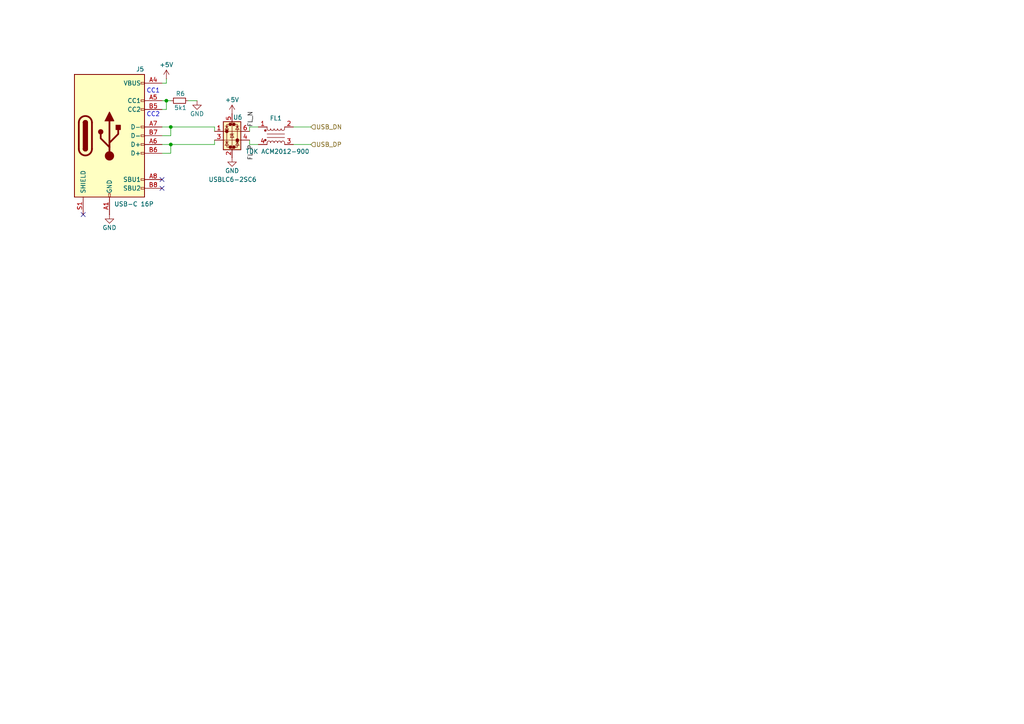
<source format=kicad_sch>
(kicad_sch (version 20231120) (generator "eeschema") (generator_version "8.0")
  (paper "A4")
  (lib_symbols
    (symbol "Connector:USB_C_Receptacle_USB2.0_16P" (pin_names (offset 1.016))
      (property "Reference" "J" (at 0 22.225 0))
      (property "Value" "USB_C_Receptacle_USB2.0_16P" (at 0 19.685 0))
      (symbol "USB_C_Receptacle_USB2.0_16P_0_0"
        (rectangle (start -0.254 -17.78) (end 0.254 -16.764))
        (rectangle (start 10.16 -14.986) (end 9.144 -15.494))
        (rectangle (start 10.16 -12.446) (end 9.144 -12.954))
        (rectangle (start 10.16 -4.826) (end 9.144 -5.334))
        (rectangle (start 10.16 -2.286) (end 9.144 -2.794))
        (rectangle (start 10.16 0.254) (end 9.144 -0.254))
        (rectangle (start 10.16 2.794) (end 9.144 2.286))
        (rectangle (start 10.16 7.874) (end 9.144 7.366))
        (rectangle (start 10.16 10.414) (end 9.144 9.906))
        (rectangle (start 10.16 15.494) (end 9.144 14.986))
      )
      (symbol "USB_C_Receptacle_USB2.0_16P_0_1"
        (rectangle (start -10.16 17.78) (end 10.16 -17.78) (stroke (width 0.254)) (fill (type background)))
        (arc (start -8.89 -3.81) (mid -6.985 -5.7067) (end -5.08 -3.81) (stroke (width 0.508)))
        (arc (start -7.62 -3.81) (mid -6.985 -4.4423) (end -6.35 -3.81) (stroke (width 0.254)))
        (arc (start -7.62 -3.81) (mid -6.985 -4.4423) (end -6.35 -3.81) (stroke (width 0.254)) (fill (type outline)))
        (rectangle (start -7.62 -3.81) (end -6.35 3.81) (stroke (width 0.254)) (fill (type outline)))
        (arc (start -6.35 3.81) (mid -6.985 4.4423) (end -7.62 3.81) (stroke (width 0.254)))
        (arc (start -6.35 3.81) (mid -6.985 4.4423) (end -7.62 3.81) (stroke (width 0.254)) (fill (type outline)))
        (arc (start -5.08 3.81) (mid -6.985 5.7067) (end -8.89 3.81) (stroke (width 0.508)))
        (circle (center -2.54 1.143) (radius 0.635) (stroke (width 0.254)) (fill (type outline)))
        (circle (center 0 -5.842) (radius 1.27) (fill (type outline)))
        (polyline (pts (xy -8.89 -3.81) (xy -8.89 3.81)) (stroke (width 0.508)))
        (polyline (pts (xy -5.08 3.81) (xy -5.08 -3.81)) (stroke (width 0.508)))
        (polyline (pts (xy 0 -5.842) (xy 0 4.318)) (stroke (width 0.508)))
        (polyline (pts (xy 0 -3.302) (xy -2.54 -0.762) (xy -2.54 0.508)) (stroke (width 0.508)))
        (polyline (pts (xy 0 -2.032) (xy 2.54 0.508) (xy 2.54 1.778)) (stroke (width 0.508)))
        (polyline (pts (xy -1.27 4.318) (xy 0 6.858) (xy 1.27 4.318) (xy -1.27 4.318)) (stroke (width 0.254)) (fill (type outline)))
        (rectangle (start 1.905 1.778) (end 3.175 3.048) (stroke (width 0.254)) (fill (type outline)))
      )
      (symbol "USB_C_Receptacle_USB2.0_16P_1_1"
        (pin passive line (at 0 -22.86 90) (length 5.08) (name "GND") (number "A1"))
        (pin passive line (at 0 -22.86 90) (length 5.08) hide (name "GND") (number "A12"))
        (pin passive line (at 15.24 15.24 180) (length 5.08) (name "VBUS") (number "A4"))
        (pin bidirectional line (at 15.24 10.16 180) (length 5.08) (name "CC1") (number "A5"))
        (pin bidirectional line (at 15.24 -2.54 180) (length 5.08) (name "D+") (number "A6"))
        (pin bidirectional line (at 15.24 2.54 180) (length 5.08) (name "D-") (number "A7"))
        (pin bidirectional line (at 15.24 -12.7 180) (length 5.08) (name "SBU1") (number "A8"))
        (pin passive line (at 15.24 15.24 180) (length 5.08) hide (name "VBUS") (number "A9"))
        (pin passive line (at 0 -22.86 90) (length 5.08) hide (name "GND") (number "B1"))
        (pin passive line (at 0 -22.86 90) (length 5.08) hide (name "GND") (number "B12"))
        (pin passive line (at 15.24 15.24 180) (length 5.08) hide (name "VBUS") (number "B4"))
        (pin bidirectional line (at 15.24 7.62 180) (length 5.08) (name "CC2") (number "B5"))
        (pin bidirectional line (at 15.24 -5.08 180) (length 5.08) (name "D+") (number "B6"))
        (pin bidirectional line (at 15.24 0 180) (length 5.08) (name "D-") (number "B7"))
        (pin bidirectional line (at 15.24 -15.24 180) (length 5.08) (name "SBU2") (number "B8"))
        (pin passive line (at 15.24 15.24 180) (length 5.08) hide (name "VBUS") (number "B9"))
        (pin passive line (at -7.62 -22.86 90) (length 5.08) (name "SHIELD") (number "S1"))
      )
    )
    (symbol "Device:R_Small" (pin_numbers hide) (pin_names (offset 0.254) hide)
      (property "Reference" "R" (at 0.762 0.508 0))
      (property "Value" "R_Small" (at 0.762 -1.016 0))
      (symbol "R_Small_0_1"
        (rectangle (start -0.762 1.778) (end 0.762 -1.778) (stroke (width 0.2032)))
      )
      (symbol "R_Small_1_1"
        (pin passive line (at 0 2.54 270) (length 0.762) (name "~") (number "1"))
        (pin passive line (at 0 -2.54 90) (length 0.762) (name "~") (number "2"))
      )
    )
    (symbol "Filter:Choke_Coilcraft_0603USB-222" (pin_names (offset 0.254) hide)
      (property "Reference" "FL" (at 0 4.445 0))
      (property "Value" "Choke_Coilcraft_0603USB-222" (at 0 -4.445 0))
      (symbol "Choke_Coilcraft_0603USB-222_0_1"
        (circle (center -3.048 -1.27) (radius 0.254) (fill (type outline)))
        (circle (center -3.048 1.524) (radius 0.254) (fill (type outline)))
        (arc (start -2.54 2.032) (mid -2.032 1.5262) (end -1.524 2.032))
        (arc (start -1.524 -2.032) (mid -2.032 -1.5262) (end -2.54 -2.032))
        (arc (start -1.524 2.032) (mid -1.016 1.5262) (end -0.508 2.032))
        (arc (start -0.508 -2.032) (mid -1.016 -1.5262) (end -1.524 -2.032))
        (arc (start -0.508 2.032) (mid 0 1.5262) (end 0.508 2.032))
        (polyline (pts (xy -2.54 -2.032) (xy -2.54 -2.54)))
        (polyline (pts (xy -2.54 0.508) (xy 2.54 0.508)))
        (polyline (pts (xy -2.54 2.032) (xy -2.54 2.54)))
        (polyline (pts (xy 2.54 -2.032) (xy 2.54 -2.54)))
        (polyline (pts (xy 2.54 -0.508) (xy -2.54 -0.508)))
        (polyline (pts (xy 2.54 2.54) (xy 2.54 2.032)))
        (arc (start 0.508 -2.032) (mid 0 -1.5262) (end -0.508 -2.032))
        (arc (start 0.508 2.032) (mid 1.016 1.5262) (end 1.524 2.032))
        (arc (start 1.524 -2.032) (mid 1.016 -1.5262) (end 0.508 -2.032))
        (arc (start 1.524 2.032) (mid 2.032 1.5262) (end 2.54 2.032))
        (arc (start 2.54 -2.032) (mid 2.032 -1.5262) (end 1.524 -2.032))
      )
      (symbol "Choke_Coilcraft_0603USB-222_1_1"
        (pin passive line (at -5.08 2.54 0) (length 2.54) (name "1") (number "1"))
        (pin passive line (at 5.08 2.54 180) (length 2.54) (name "2") (number "2"))
        (pin passive line (at 5.08 -2.54 180) (length 2.54) (name "3") (number "3"))
        (pin passive line (at -5.08 -2.54 0) (length 2.54) (name "4") (number "4"))
      )
    )
    (symbol "Power_Protection:USBLC6-2SC6" (pin_names hide)
      (property "Reference" "U" (at 0.635 5.715 0))
      (property "Value" "USBLC6-2SC6" (at 0.635 3.81 0))
      (symbol "USBLC6-2SC6_0_0"
        (circle (center -1.524 0) (radius 0.0001) (stroke (width 0.508)))
        (circle (center -0.508 -4.572) (radius 0.0001) (stroke (width 0.508)))
        (circle (center -0.508 2.032) (radius 0.0001) (stroke (width 0.508)))
        (circle (center 0.508 -4.572) (radius 0.0001) (stroke (width 0.508)))
        (circle (center 0.508 2.032) (radius 0.0001) (stroke (width 0.508)))
        (circle (center 1.524 -2.54) (radius 0.0001) (stroke (width 0.508)))
      )
      (symbol "USBLC6-2SC6_0_1"
        (polyline (pts (xy -2.54 -2.54) (xy 2.54 -2.54)))
        (polyline (pts (xy -2.54 0) (xy 2.54 0)))
        (polyline (pts (xy -2.032 -3.048) (xy -1.016 -3.048)))
        (polyline (pts (xy -1.016 1.524) (xy -2.032 1.524)))
        (polyline (pts (xy 1.016 -3.048) (xy 2.032 -3.048)))
        (polyline (pts (xy 1.016 1.524) (xy 2.032 1.524)))
        (polyline (pts (xy -0.508 -1.143) (xy -0.508 -0.762) (xy 0.508 -0.762)))
        (polyline (pts (xy -2.032 0.508) (xy -1.016 0.508) (xy -1.524 1.524) (xy -2.032 0.508)))
        (polyline (pts (xy -1.016 -4.064) (xy -2.032 -4.064) (xy -1.524 -3.048) (xy -1.016 -4.064)))
        (polyline (pts (xy 0.508 -1.778) (xy -0.508 -1.778) (xy 0 -0.762) (xy 0.508 -1.778)))
        (polyline (pts (xy 2.032 -4.064) (xy 1.016 -4.064) (xy 1.524 -3.048) (xy 2.032 -4.064)))
        (polyline (pts (xy 2.032 0.508) (xy 1.016 0.508) (xy 1.524 1.524) (xy 2.032 0.508)))
        (polyline (pts (xy 0 2.54) (xy -0.508 2.032) (xy 0.508 2.032) (xy 0 1.524) (xy 0 -4.064) (xy -0.508 -4.572) (xy 0.508 -4.572) (xy 0 -5.08)))
      )
      (symbol "USBLC6-2SC6_1_1"
        (rectangle (start -2.54 2.794) (end 2.54 -5.334) (stroke (width 0.254)) (fill (type background)))
        (polyline (pts (xy -0.508 2.032) (xy -1.524 2.032) (xy -1.524 -4.572) (xy -0.508 -4.572)))
        (polyline (pts (xy 0.508 -4.572) (xy 1.524 -4.572) (xy 1.524 2.032) (xy 0.508 2.032)))
        (pin passive line (at -5.08 0 0) (length 2.54) (name "I/O1") (number "1"))
        (pin passive line (at 0 -7.62 90) (length 2.54) (name "GND") (number "2"))
        (pin passive line (at -5.08 -2.54 0) (length 2.54) (name "I/O2") (number "3"))
        (pin passive line (at 5.08 -2.54 180) (length 2.54) (name "I/O2") (number "4"))
        (pin passive line (at 0 5.08 270) (length 2.54) (name "VBUS") (number "5"))
        (pin passive line (at 5.08 0 180) (length 2.54) (name "I/O1") (number "6"))
      )
    )
    (symbol "power:+5V" (power) (pin_numbers hide) (pin_names (offset 0) hide)
      (property "Value" "+5V" (at 0 3.556 0))
      (symbol "+5V_0_1"
        (polyline (pts (xy -0.762 1.27) (xy 0 2.54)))
        (polyline (pts (xy 0 0) (xy 0 2.54)))
        (polyline (pts (xy 0 2.54) (xy 0.762 1.27)))
      )
      (symbol "+5V_1_1"
        (pin power_in line (at 0 0 90) (length 0) (name "~") (number "1"))
      )
    )
    (symbol "power:GND" (power) (pin_numbers hide) (pin_names (offset 0) hide)
      (property "Value" "GND" (at 0 -3.81 0))
      (symbol "GND_0_1"
        (polyline (pts (xy 0 0) (xy 0 -1.27) (xy 1.27 -1.27) (xy 0 -2.54) (xy -1.27 -1.27) (xy 0 -1.27)))
      )
      (symbol "GND_1_1"
        (pin power_in line (at 0 0 270) (length 0) (name "~") (number "1"))
      )
    )
  )
  (junction (at 49.53 36.83))
  (junction (at 48.26 29.21))
  (junction (at 49.53 41.91))
  (no_connect (at 46.99 54.61))
  (no_connect (at 24.13 62.23))
  (no_connect (at 46.99 52.07))
  (wire (pts (xy 72.39 36.83) (xy 74.93 36.83)))
  (wire (pts (xy 48.26 24.13) (xy 48.26 22.86)))
  (wire (pts (xy 49.53 39.37) (xy 49.53 36.83)))
  (wire (pts (xy 49.53 36.83) (xy 62.23 36.83)))
  (wire (pts (xy 46.99 39.37) (xy 49.53 39.37)))
  (wire (pts (xy 48.26 29.21) (xy 48.26 31.75)))
  (wire (pts (xy 85.09 36.83) (xy 90.17 36.83)))
  (wire (pts (xy 72.39 40.64) (xy 72.39 41.91)))
  (wire (pts (xy 46.99 36.83) (xy 49.53 36.83)))
  (wire (pts (xy 49.53 44.45) (xy 49.53 41.91)))
  (wire (pts (xy 62.23 36.83) (xy 62.23 38.1)))
  (wire (pts (xy 46.99 44.45) (xy 49.53 44.45)))
  (wire (pts (xy 46.99 31.75) (xy 48.26 31.75)))
  (wire (pts (xy 62.23 40.64) (xy 62.23 41.91)))
  (wire (pts (xy 62.23 41.91) (xy 49.53 41.91)))
  (wire (pts (xy 48.26 24.13) (xy 46.99 24.13)))
  (wire (pts (xy 48.26 29.21) (xy 49.53 29.21)))
  (wire (pts (xy 54.61 29.21) (xy 57.15 29.21)))
  (wire (pts (xy 72.39 38.1) (xy 72.39 36.83)))
  (wire (pts (xy 49.53 41.91) (xy 46.99 41.91)))
  (wire (pts (xy 85.09 41.91) (xy 90.17 41.91)))
  (wire (pts (xy 72.39 41.91) (xy 74.93 41.91)))
  (wire (pts (xy 46.99 29.21) (xy 48.26 29.21)))
  (text "CC1" (at 44.45 26.416 0) (effects (font (size 1.27 1.27))))
  (text "CC2\n" (at 44.45 33.274 0) (effects (font (size 1.27 1.27))))
  (label "FL_P" (at 73.66 41.91 270))
  (label "FL_N" (at 73.66 36.83 90))
  (hierarchical_label "USB_DP" (shape input) (at 90.17 41.91 0))
  (hierarchical_label "USB_DN" (shape input) (at 90.17 36.83 0))
  (symbol (lib_id "Filter:Choke_Coilcraft_0603USB-222") (at 80.01 39.37 0) (unit 1)
    (property "Reference" "FL1" (at 80.01 34.29 0))
    (property "Value" " TDK ACM2012-900" (at 80.01 43.942 0))
    (property "Footprint" "ACM2012_900_2P_T002:ACM2012_TDK" (effects (hide yes)))
    (property "Datasheet" "https://www.lcsc.com/datasheet/lcsc_datasheet_2304140030_TDK-ACM2012-900-2P-T002_C19972.pdf" (effects (hide yes)))
    (property "Description" " TDK ACM2012-900-2P-T002 " (effects (hide yes)))
    (property "LCSC" "C19972" (effects (hide yes)))
  )
  (symbol (lib_id "Device:R_Small") (at 52.07 29.21 270) (unit 1)
    (property "Reference" "R6" (at 52.324 27.178 90))
    (property "Value" "5k1" (at 52.324 31.242 90))
    (property "Footprint" "Resistor_SMD:R_0603_1608Metric" (effects (hide yes)))
    (property "Description" "Resistor, small symbol" (effects (hide yes)))
    (property "LCSC" "C23186" (effects (hide yes)))
    (instances (project "Keyboard_PCB" (path "" (reference "R6") (unit 1))) (project "Keyboard_PCB" (path "" (reference "R1") (unit 1))))
  )
  (symbol (lib_id "power:GND") (at 57.15 29.21 0) (unit 1)
    (property "Reference" "#PWR037" (effects (hide yes)))
    (property "Value" "GND" (at 57.15 33.02 0))
    (property "Description" "Power symbol creates a global label with name \"GND\" , ground" (effects (hide yes)))
    (instances (project "Keyboard_PCB" (path "" (reference "#PWR037") (unit 1))) (project "Keyboard_PCB" (path "" (reference "#PWR01") (unit 1))))
  )
  (symbol (lib_id "Power_Protection:USBLC6-2SC6") (at 67.31 38.1 0) (unit 1)
    (property "Reference" "U6" (at 67.564 34.036 0) (effects (justify left)))
    (property "Value" "USBLC6-2SC6" (at 60.452 52.07 0) (effects (justify left)))
    (property "Footprint" "Package_TO_SOT_SMD:SOT-23-6" (effects (hide yes)))
    (property "Datasheet" "https://www.st.com/resource/en/datasheet/usblc6-2.pdf" (effects (hide yes)))
    (property "Description" "Very low capacitance ESD protection diode, 2 data-line, SOT-23-6" (effects (hide yes)))
    (property "LCSC" "C2827654" (effects (hide yes)))
    (instances (project "Keyboard_PCB" (path "" (reference "U6") (unit 1))) (project "Keyboard_PCB" (path "" (reference "U2") (unit 1))))
  )
  (symbol (lib_id "power:GND") (at 31.75 62.23 0) (unit 1)
    (property "Reference" "#PWR040" (effects (hide yes)))
    (property "Value" "GND" (at 31.75 66.04 0))
    (property "Description" "Power symbol creates a global label with name \"GND\" , ground" (effects (hide yes)))
    (instances (project "Keyboard_PCB" (path "" (reference "#PWR040") (unit 1))) (project "Keyboard_PCB" (path "" (reference "#PWR03") (unit 1))))
  )
  (symbol (lib_id "Connector:USB_C_Receptacle_USB2.0_16P") (at 31.75 39.37 0) (unit 1)
    (property "Reference" "J5" (at 40.64 20.066 0))
    (property "Value" "USB-C 16P" (at 38.862 59.182 0))
    (property "Footprint" "Connector_USB:USB_C_Receptacle_HCTL_HC-TYPE-C-16P-01A" (effects (hide yes)))
    (property "Datasheet" "https://www.lcsc.com/datasheet/lcsc_datasheet_2111231930_SHOU-HAN-TYPE-C-16PIN-2MD-073_C2765186.pdf" (effects (hide yes)))
    (property "Description" "SHOU HAN TYPE-C 16PIN 2MD(073) " (effects (hide yes)))
    (property "LCSC" "C2765186" (effects (hide yes)))
    (instances (project "Keyboard_PCB" (path "" (reference "J5") (unit 1))) (project "Keyboard_PCB" (path "" (reference "J1") (unit 1))))
  )
  (symbol (lib_id "power:+5V") (at 67.31 33.02 0) (unit 1)
    (property "Reference" "#PWR038" (effects (hide yes)))
    (property "Value" "+5V" (at 67.31 28.956 0))
    (property "Description" "Power symbol creates a global label with name \"+5V\"" (effects (hide yes)))
    (instances (project "Keyboard_PCB" (path "" (reference "#PWR038") (unit 1))) (project "Keyboard_PCB" (path "" (reference "#PWR05") (unit 1))))
  )
  (symbol (lib_id "power:GND") (at 67.31 45.72 0) (unit 1)
    (property "Reference" "#PWR039" (effects (hide yes)))
    (property "Value" "GND" (at 67.31 49.53 0))
    (property "Description" "Power symbol creates a global label with name \"GND\" , ground" (effects (hide yes)))
    (instances (project "Keyboard_PCB" (path "" (reference "#PWR039") (unit 1))) (project "Keyboard_PCB" (path "" (reference "#PWR02") (unit 1))))
  )
  (symbol (lib_id "power:+5V") (at 48.26 22.86 0) (unit 1)
    (property "Reference" "#PWR036" (effects (hide yes)))
    (property "Value" "+5V" (at 48.26 18.796 0))
    (property "Description" "Power symbol creates a global label with name \"+5V\"" (effects (hide yes)))
    (instances (project "Keyboard_PCB" (path "" (reference "#PWR036") (unit 1))) (project "Keyboard_PCB" (path "" (reference "#PWR04") (unit 1))))
  )
)
</source>
